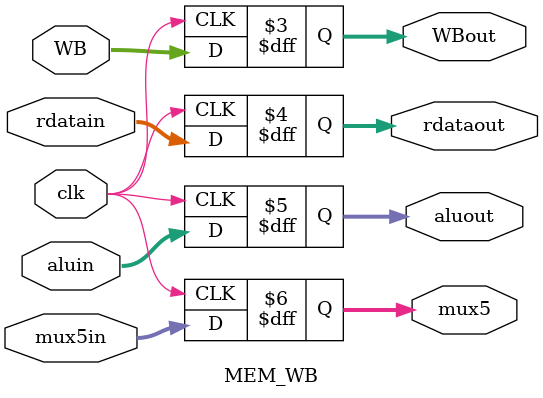
<source format=v>
`timescale 1ns / 1ps


module MEM_WB(clk, WB, rdatain, aluin, mux5in, WBout, rdataout, aluout, mux5);
    input clk;
    input [1:0] WB;
    input [31:0] rdatain, aluin;
    input [4:0] mux5in;
    output reg [1:0] WBout;
    output reg [31:0] rdataout, aluout;
    output reg [4:0] mux5;
    
    initial begin
        WBout    <= 0;
        rdataout <= 0;
        aluout   <= 0;
        mux5     <= 0; 
    end
    
    always @(posedge clk) begin
        WBout    <= WB;
        rdataout <= rdatain;
        aluout   <= aluin;
        mux5     <= mux5in;
    end
    
    
endmodule

</source>
